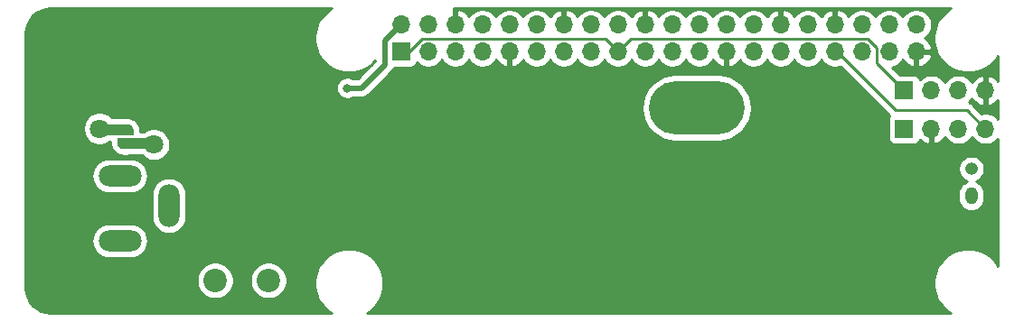
<source format=gbl>
G04 #@! TF.GenerationSoftware,KiCad,Pcbnew,(5.1.10)-1*
G04 #@! TF.CreationDate,2021-12-24T20:30:38+01:00*
G04 #@! TF.ProjectId,pi_power_hat,70695f70-6f77-4657-925f-6861742e6b69,1.0*
G04 #@! TF.SameCoordinates,Original*
G04 #@! TF.FileFunction,Copper,L2,Bot*
G04 #@! TF.FilePolarity,Positive*
%FSLAX46Y46*%
G04 Gerber Fmt 4.6, Leading zero omitted, Abs format (unit mm)*
G04 Created by KiCad (PCBNEW (5.1.10)-1) date 2021-12-24 20:30:38*
%MOMM*%
%LPD*%
G01*
G04 APERTURE LIST*
G04 #@! TA.AperFunction,ComponentPad*
%ADD10O,2.000000X4.000000*%
G04 #@! TD*
G04 #@! TA.AperFunction,ComponentPad*
%ADD11O,4.000000X2.000000*%
G04 #@! TD*
G04 #@! TA.AperFunction,ComponentPad*
%ADD12R,1.700000X1.700000*%
G04 #@! TD*
G04 #@! TA.AperFunction,ComponentPad*
%ADD13O,1.700000X1.700000*%
G04 #@! TD*
G04 #@! TA.AperFunction,ComponentPad*
%ADD14O,1.200000X1.600000*%
G04 #@! TD*
G04 #@! TA.AperFunction,ComponentPad*
%ADD15O,1.200000X1.200000*%
G04 #@! TD*
G04 #@! TA.AperFunction,ComponentPad*
%ADD16C,2.200000*%
G04 #@! TD*
G04 #@! TA.AperFunction,ComponentPad*
%ADD17C,1.800000*%
G04 #@! TD*
G04 #@! TA.AperFunction,SMDPad,CuDef*
%ADD18C,0.100000*%
G04 #@! TD*
G04 #@! TA.AperFunction,ViaPad*
%ADD19C,0.800000*%
G04 #@! TD*
G04 #@! TA.AperFunction,Conductor*
%ADD20C,0.500000*%
G04 #@! TD*
G04 #@! TA.AperFunction,Conductor*
%ADD21C,0.250000*%
G04 #@! TD*
G04 #@! TA.AperFunction,Conductor*
%ADD22C,1.000000*%
G04 #@! TD*
G04 #@! TA.AperFunction,Conductor*
%ADD23C,0.254000*%
G04 #@! TD*
G04 #@! TA.AperFunction,Conductor*
%ADD24C,0.100000*%
G04 #@! TD*
G04 APERTURE END LIST*
D10*
X104155000Y-110277000D03*
D11*
X99555000Y-107477000D03*
X99555000Y-113577000D03*
D12*
X173032000Y-99468000D03*
D13*
X175572000Y-99468000D03*
X178112000Y-99468000D03*
X180652000Y-99468000D03*
G04 #@! TA.AperFunction,WasherPad*
G36*
G01*
X151600000Y-98600000D02*
X155600000Y-98600000D01*
G75*
G02*
X158100000Y-101100000I0J-2500000D01*
G01*
X158100000Y-101100000D01*
G75*
G02*
X155600000Y-103600000I-2500000J0D01*
G01*
X151600000Y-103600000D01*
G75*
G02*
X149100000Y-101100000I0J2500000D01*
G01*
X149100000Y-101100000D01*
G75*
G02*
X151600000Y-98600000I2500000J0D01*
G01*
G37*
G04 #@! TD.AperFunction*
D12*
X125902000Y-95838000D03*
D13*
X125902000Y-93298000D03*
X128442000Y-95838000D03*
X128442000Y-93298000D03*
X130982000Y-95838000D03*
X130982000Y-93298000D03*
X133522000Y-95838000D03*
X133522000Y-93298000D03*
X136062000Y-95838000D03*
X136062000Y-93298000D03*
X138602000Y-95838000D03*
X138602000Y-93298000D03*
X141142000Y-95838000D03*
X141142000Y-93298000D03*
X143682000Y-95838000D03*
X143682000Y-93298000D03*
X146222000Y-95838000D03*
X146222000Y-93298000D03*
X148762000Y-95838000D03*
X148762000Y-93298000D03*
X151302000Y-95838000D03*
X151302000Y-93298000D03*
X153842000Y-95838000D03*
X153842000Y-93298000D03*
X156382000Y-95838000D03*
X156382000Y-93298000D03*
X158922000Y-95838000D03*
X158922000Y-93298000D03*
X161462000Y-95838000D03*
X161462000Y-93298000D03*
X164002000Y-95838000D03*
X164002000Y-93298000D03*
X166542000Y-95838000D03*
X166542000Y-93298000D03*
X169082000Y-95838000D03*
X169082000Y-93298000D03*
X171622000Y-95838000D03*
X171622000Y-93298000D03*
X174162000Y-95838000D03*
X174162000Y-93298000D03*
D14*
X179332000Y-109368000D03*
D15*
X179332000Y-106828000D03*
D13*
X180652000Y-103068000D03*
X178112000Y-103068000D03*
X175572000Y-103068000D03*
D12*
X173032000Y-103068000D03*
D16*
X108485000Y-117307000D03*
X113485000Y-117307000D03*
D17*
X102740000Y-104550000D03*
X97640000Y-103050000D03*
G04 #@! TA.AperFunction,SMDPad,CuDef*
D18*
G36*
X100820000Y-103950000D02*
G01*
X100820000Y-104450000D01*
X100819398Y-104450000D01*
X100819398Y-104474534D01*
X100814588Y-104523365D01*
X100805016Y-104571490D01*
X100790772Y-104618445D01*
X100771995Y-104663778D01*
X100748864Y-104707051D01*
X100721604Y-104747850D01*
X100690476Y-104785779D01*
X100655779Y-104820476D01*
X100617850Y-104851604D01*
X100577051Y-104878864D01*
X100533778Y-104901995D01*
X100488445Y-104920772D01*
X100441490Y-104935016D01*
X100393365Y-104944588D01*
X100344534Y-104949398D01*
X100320000Y-104949398D01*
X100320000Y-104950000D01*
X99820000Y-104950000D01*
X99820000Y-104949398D01*
X99795466Y-104949398D01*
X99746635Y-104944588D01*
X99698510Y-104935016D01*
X99651555Y-104920772D01*
X99606222Y-104901995D01*
X99562949Y-104878864D01*
X99522150Y-104851604D01*
X99484221Y-104820476D01*
X99449524Y-104785779D01*
X99418396Y-104747850D01*
X99391136Y-104707051D01*
X99368005Y-104663778D01*
X99349228Y-104618445D01*
X99334984Y-104571490D01*
X99325412Y-104523365D01*
X99320602Y-104474534D01*
X99320602Y-104450000D01*
X99320000Y-104450000D01*
X99320000Y-103950000D01*
X100820000Y-103950000D01*
G37*
G04 #@! TD.AperFunction*
G04 #@! TA.AperFunction,SMDPad,CuDef*
G36*
X99320602Y-103150000D02*
G01*
X99320602Y-103125466D01*
X99325412Y-103076635D01*
X99334984Y-103028510D01*
X99349228Y-102981555D01*
X99368005Y-102936222D01*
X99391136Y-102892949D01*
X99418396Y-102852150D01*
X99449524Y-102814221D01*
X99484221Y-102779524D01*
X99522150Y-102748396D01*
X99562949Y-102721136D01*
X99606222Y-102698005D01*
X99651555Y-102679228D01*
X99698510Y-102664984D01*
X99746635Y-102655412D01*
X99795466Y-102650602D01*
X99820000Y-102650602D01*
X99820000Y-102650000D01*
X100320000Y-102650000D01*
X100320000Y-102650602D01*
X100344534Y-102650602D01*
X100393365Y-102655412D01*
X100441490Y-102664984D01*
X100488445Y-102679228D01*
X100533778Y-102698005D01*
X100577051Y-102721136D01*
X100617850Y-102748396D01*
X100655779Y-102779524D01*
X100690476Y-102814221D01*
X100721604Y-102852150D01*
X100748864Y-102892949D01*
X100771995Y-102936222D01*
X100790772Y-102981555D01*
X100805016Y-103028510D01*
X100814588Y-103076635D01*
X100819398Y-103125466D01*
X100819398Y-103150000D01*
X100820000Y-103150000D01*
X100820000Y-103650000D01*
X99320000Y-103650000D01*
X99320000Y-103150000D01*
X99320602Y-103150000D01*
G37*
G04 #@! TD.AperFunction*
D19*
X99855000Y-100737000D03*
X120855000Y-99237000D03*
X175000000Y-105300000D03*
X180700000Y-105600000D03*
X181300000Y-114500000D03*
X175855000Y-115737000D03*
X172605000Y-106987000D03*
X132355000Y-100737000D03*
X134855000Y-100737000D03*
X137355000Y-100737000D03*
X139855000Y-100737000D03*
X142355000Y-100737000D03*
X144855000Y-100737000D03*
X147355000Y-100737000D03*
X147355000Y-103237000D03*
X142355000Y-103237000D03*
X139855000Y-103237000D03*
X137355000Y-103237000D03*
X134855000Y-103237000D03*
X132355000Y-103237000D03*
X124855000Y-108237000D03*
X127355000Y-108237000D03*
X129855000Y-108237000D03*
X132355000Y-108237000D03*
X134855000Y-108237000D03*
X137355000Y-108237000D03*
X139855000Y-108237000D03*
X142355000Y-108237000D03*
X144855000Y-108237000D03*
X147355000Y-108237000D03*
X149855000Y-108237000D03*
X152355000Y-108237000D03*
X154855000Y-108237000D03*
X157355000Y-108237000D03*
X159855000Y-108237000D03*
X162355000Y-108237000D03*
X164855000Y-108237000D03*
X164855000Y-105737000D03*
X167355000Y-105737000D03*
X169855000Y-105737000D03*
X169855000Y-108237000D03*
X167355000Y-108237000D03*
X169855000Y-110737000D03*
X167355000Y-110737000D03*
X164855000Y-110737000D03*
X162355000Y-110737000D03*
X124855000Y-110737000D03*
X127355000Y-110737000D03*
X129855000Y-110737000D03*
X159855000Y-100737000D03*
X162355000Y-100737000D03*
X162355000Y-103237000D03*
X159855000Y-103237000D03*
X159855000Y-110737000D03*
X157355000Y-110737000D03*
X157355000Y-113237000D03*
X159855000Y-113237000D03*
X162355000Y-113237000D03*
X164855000Y-113237000D03*
X167355000Y-113237000D03*
X167355000Y-113237000D03*
X169855000Y-113237000D03*
X162355000Y-115737000D03*
X162355000Y-118237000D03*
X159855000Y-118237000D03*
X159855000Y-115737000D03*
X157355000Y-115737000D03*
X157355000Y-118237000D03*
X154855000Y-118237000D03*
X154855000Y-115737000D03*
X154855000Y-113237000D03*
X154855000Y-110737000D03*
X152355000Y-110737000D03*
X152355000Y-113237000D03*
X152355000Y-115737000D03*
X152355000Y-118237000D03*
X149855000Y-118237000D03*
X147355000Y-118237000D03*
X144855000Y-118237000D03*
X142355000Y-118237000D03*
X139855000Y-118237000D03*
X137355000Y-118237000D03*
X134855000Y-118237000D03*
X132355000Y-118237000D03*
X132355000Y-115737000D03*
X134855000Y-115737000D03*
X137355000Y-115737000D03*
X139855000Y-115737000D03*
X142355000Y-115737000D03*
X144855000Y-115737000D03*
X147355000Y-115737000D03*
X149855000Y-115737000D03*
X149855000Y-113237000D03*
X147355000Y-113237000D03*
X142355000Y-113237000D03*
X144855000Y-113237000D03*
X139855000Y-113237000D03*
X137355000Y-113237000D03*
X134855000Y-113237000D03*
X132355000Y-113237000D03*
X129855000Y-113237000D03*
X127355000Y-113237000D03*
X124855000Y-113237000D03*
X132355000Y-110737000D03*
X134855000Y-110737000D03*
X137355000Y-110737000D03*
X139855000Y-110737000D03*
X144855000Y-110737000D03*
X142355000Y-110737000D03*
X147355000Y-110737000D03*
X149855000Y-110737000D03*
X144855000Y-103237000D03*
X102355000Y-115737000D03*
X104855000Y-115737000D03*
X104855000Y-113237000D03*
X99855000Y-110737000D03*
X102355000Y-108237000D03*
X107355000Y-108237000D03*
X114855000Y-110737000D03*
X114855000Y-108237000D03*
X117355000Y-110737000D03*
X119855000Y-110737000D03*
X122355000Y-110737000D03*
X122355000Y-113237000D03*
X119855000Y-113237000D03*
X117355000Y-113237000D03*
X117355000Y-115737000D03*
X117355000Y-118237000D03*
X92355000Y-93237000D03*
X94855000Y-93237000D03*
X97355000Y-93237000D03*
X99855000Y-93237000D03*
X104855000Y-93237000D03*
X107355000Y-93237000D03*
X109855000Y-93237000D03*
X112355000Y-93237000D03*
X114855000Y-93237000D03*
X117355000Y-93237000D03*
X117355000Y-95737000D03*
X117355000Y-98237000D03*
X114855000Y-98237000D03*
X114855000Y-95737000D03*
X112355000Y-95737000D03*
X109855000Y-95737000D03*
X104855000Y-95737000D03*
X107355000Y-95737000D03*
X102355000Y-93237000D03*
X102355000Y-95737000D03*
X94855000Y-95737000D03*
X92355000Y-95737000D03*
X92355000Y-98237000D03*
X92355000Y-100737000D03*
X92355000Y-103237000D03*
X92355000Y-105737000D03*
X92355000Y-108237000D03*
X92355000Y-110737000D03*
X92355000Y-113237000D03*
X92355000Y-115737000D03*
X92355000Y-118237000D03*
X97355000Y-118237000D03*
X94855000Y-118237000D03*
X94855000Y-115737000D03*
X94855000Y-113237000D03*
X94855000Y-110737000D03*
X94855000Y-108237000D03*
X94855000Y-105737000D03*
X94855000Y-103237000D03*
X94855000Y-100737000D03*
X94855000Y-98237000D03*
X97355000Y-100737000D03*
X102355000Y-100737000D03*
X104855000Y-100737000D03*
X109855000Y-103237000D03*
X107355000Y-103237000D03*
X104855000Y-98237000D03*
X107355000Y-98237000D03*
X109855000Y-98237000D03*
X112355000Y-98237000D03*
X109855000Y-110737000D03*
X109855000Y-115737000D03*
X177800000Y-110600000D03*
X175600000Y-112300000D03*
X171100000Y-120000000D03*
X176300000Y-120000000D03*
X181400000Y-108400000D03*
X117400000Y-103400000D03*
X117400000Y-103400000D03*
X124000000Y-100000000D03*
X123400000Y-103300000D03*
D20*
X124382001Y-94817999D02*
X125902000Y-93298000D01*
X124382001Y-97039999D02*
X124382001Y-94817999D01*
X120855000Y-99237000D02*
X122185000Y-99237000D01*
X122185000Y-99237000D02*
X124382001Y-97039999D01*
D21*
X166756000Y-95838000D02*
X166542000Y-95838000D01*
X172218000Y-101300000D02*
X166756000Y-95838000D01*
X178884000Y-101300000D02*
X172218000Y-101300000D01*
X180652000Y-103068000D02*
X178884000Y-101300000D01*
X145046999Y-94662999D02*
X146222000Y-95838000D01*
X127877999Y-94662999D02*
X145046999Y-94662999D01*
X126702998Y-95838000D02*
X127877999Y-94662999D01*
X125902000Y-95838000D02*
X126702998Y-95838000D01*
X170446999Y-96882999D02*
X173032000Y-99468000D01*
X169646001Y-94662999D02*
X170446999Y-95463997D01*
X147397001Y-94662999D02*
X169646001Y-94662999D01*
X170446999Y-95463997D02*
X170446999Y-96882999D01*
X146222000Y-95838000D02*
X147397001Y-94662999D01*
D22*
X97740000Y-103150000D02*
X97640000Y-103050000D01*
X100070000Y-103150000D02*
X97740000Y-103150000D01*
X102640000Y-104450000D02*
X102740000Y-104550000D01*
X100070000Y-104450000D02*
X102640000Y-104450000D01*
D23*
X118974907Y-92061425D02*
X118525425Y-92510907D01*
X118172270Y-93039442D01*
X117929012Y-93626719D01*
X117805000Y-94250168D01*
X117805000Y-94885832D01*
X117929012Y-95509281D01*
X118172270Y-96096558D01*
X118525425Y-96625093D01*
X118974907Y-97074575D01*
X119503442Y-97427730D01*
X120090719Y-97670988D01*
X120714168Y-97795000D01*
X121349832Y-97795000D01*
X121973281Y-97670988D01*
X122560558Y-97427730D01*
X123089093Y-97074575D01*
X123497001Y-96666667D01*
X123497001Y-96673420D01*
X121818422Y-98352000D01*
X121393454Y-98352000D01*
X121345256Y-98319795D01*
X121156898Y-98241774D01*
X120956939Y-98202000D01*
X120753061Y-98202000D01*
X120553102Y-98241774D01*
X120364744Y-98319795D01*
X120195226Y-98433063D01*
X120051063Y-98577226D01*
X119937795Y-98746744D01*
X119859774Y-98935102D01*
X119820000Y-99135061D01*
X119820000Y-99338939D01*
X119859774Y-99538898D01*
X119937795Y-99727256D01*
X120051063Y-99896774D01*
X120195226Y-100040937D01*
X120364744Y-100154205D01*
X120553102Y-100232226D01*
X120753061Y-100272000D01*
X120956939Y-100272000D01*
X121156898Y-100232226D01*
X121345256Y-100154205D01*
X121393454Y-100122000D01*
X122141531Y-100122000D01*
X122185000Y-100126281D01*
X122228469Y-100122000D01*
X122228477Y-100122000D01*
X122358490Y-100109195D01*
X122525313Y-100058589D01*
X122679059Y-99976411D01*
X122813817Y-99865817D01*
X122841534Y-99832044D01*
X124977051Y-97696528D01*
X125010818Y-97668816D01*
X125076696Y-97588545D01*
X125121412Y-97534058D01*
X125203590Y-97380313D01*
X125220044Y-97326072D01*
X126752000Y-97326072D01*
X126876482Y-97313812D01*
X126996180Y-97277502D01*
X127106494Y-97218537D01*
X127203185Y-97139185D01*
X127282537Y-97042494D01*
X127341502Y-96932180D01*
X127363513Y-96859620D01*
X127495368Y-96991475D01*
X127738589Y-97153990D01*
X128008842Y-97265932D01*
X128295740Y-97323000D01*
X128588260Y-97323000D01*
X128875158Y-97265932D01*
X129145411Y-97153990D01*
X129388632Y-96991475D01*
X129595475Y-96784632D01*
X129712000Y-96610240D01*
X129828525Y-96784632D01*
X130035368Y-96991475D01*
X130278589Y-97153990D01*
X130548842Y-97265932D01*
X130835740Y-97323000D01*
X131128260Y-97323000D01*
X131415158Y-97265932D01*
X131685411Y-97153990D01*
X131928632Y-96991475D01*
X132135475Y-96784632D01*
X132252000Y-96610240D01*
X132368525Y-96784632D01*
X132575368Y-96991475D01*
X132818589Y-97153990D01*
X133088842Y-97265932D01*
X133375740Y-97323000D01*
X133668260Y-97323000D01*
X133955158Y-97265932D01*
X134225411Y-97153990D01*
X134468632Y-96991475D01*
X134675475Y-96784632D01*
X134797195Y-96602466D01*
X134866822Y-96719355D01*
X135061731Y-96935588D01*
X135295080Y-97109641D01*
X135557901Y-97234825D01*
X135705110Y-97279476D01*
X135935000Y-97158155D01*
X135935000Y-95965000D01*
X135915000Y-95965000D01*
X135915000Y-95711000D01*
X135935000Y-95711000D01*
X135935000Y-95691000D01*
X136189000Y-95691000D01*
X136189000Y-95711000D01*
X136209000Y-95711000D01*
X136209000Y-95965000D01*
X136189000Y-95965000D01*
X136189000Y-97158155D01*
X136418890Y-97279476D01*
X136566099Y-97234825D01*
X136828920Y-97109641D01*
X137062269Y-96935588D01*
X137257178Y-96719355D01*
X137326805Y-96602466D01*
X137448525Y-96784632D01*
X137655368Y-96991475D01*
X137898589Y-97153990D01*
X138168842Y-97265932D01*
X138455740Y-97323000D01*
X138748260Y-97323000D01*
X139035158Y-97265932D01*
X139305411Y-97153990D01*
X139548632Y-96991475D01*
X139755475Y-96784632D01*
X139872000Y-96610240D01*
X139988525Y-96784632D01*
X140195368Y-96991475D01*
X140438589Y-97153990D01*
X140708842Y-97265932D01*
X140995740Y-97323000D01*
X141288260Y-97323000D01*
X141575158Y-97265932D01*
X141845411Y-97153990D01*
X142088632Y-96991475D01*
X142295475Y-96784632D01*
X142412000Y-96610240D01*
X142528525Y-96784632D01*
X142735368Y-96991475D01*
X142978589Y-97153990D01*
X143248842Y-97265932D01*
X143535740Y-97323000D01*
X143828260Y-97323000D01*
X144115158Y-97265932D01*
X144385411Y-97153990D01*
X144628632Y-96991475D01*
X144835475Y-96784632D01*
X144952000Y-96610240D01*
X145068525Y-96784632D01*
X145275368Y-96991475D01*
X145518589Y-97153990D01*
X145788842Y-97265932D01*
X146075740Y-97323000D01*
X146368260Y-97323000D01*
X146655158Y-97265932D01*
X146925411Y-97153990D01*
X147168632Y-96991475D01*
X147375475Y-96784632D01*
X147492000Y-96610240D01*
X147608525Y-96784632D01*
X147815368Y-96991475D01*
X148058589Y-97153990D01*
X148328842Y-97265932D01*
X148615740Y-97323000D01*
X148908260Y-97323000D01*
X149195158Y-97265932D01*
X149465411Y-97153990D01*
X149708632Y-96991475D01*
X149915475Y-96784632D01*
X150032000Y-96610240D01*
X150148525Y-96784632D01*
X150355368Y-96991475D01*
X150598589Y-97153990D01*
X150868842Y-97265932D01*
X151155740Y-97323000D01*
X151448260Y-97323000D01*
X151735158Y-97265932D01*
X152005411Y-97153990D01*
X152248632Y-96991475D01*
X152455475Y-96784632D01*
X152572000Y-96610240D01*
X152688525Y-96784632D01*
X152895368Y-96991475D01*
X153138589Y-97153990D01*
X153408842Y-97265932D01*
X153695740Y-97323000D01*
X153988260Y-97323000D01*
X154275158Y-97265932D01*
X154545411Y-97153990D01*
X154788632Y-96991475D01*
X154995475Y-96784632D01*
X155117195Y-96602466D01*
X155186822Y-96719355D01*
X155381731Y-96935588D01*
X155615080Y-97109641D01*
X155877901Y-97234825D01*
X156025110Y-97279476D01*
X156255000Y-97158155D01*
X156255000Y-95965000D01*
X156235000Y-95965000D01*
X156235000Y-95711000D01*
X156255000Y-95711000D01*
X156255000Y-95691000D01*
X156509000Y-95691000D01*
X156509000Y-95711000D01*
X156529000Y-95711000D01*
X156529000Y-95965000D01*
X156509000Y-95965000D01*
X156509000Y-97158155D01*
X156738890Y-97279476D01*
X156886099Y-97234825D01*
X157148920Y-97109641D01*
X157382269Y-96935588D01*
X157577178Y-96719355D01*
X157646805Y-96602466D01*
X157768525Y-96784632D01*
X157975368Y-96991475D01*
X158218589Y-97153990D01*
X158488842Y-97265932D01*
X158775740Y-97323000D01*
X159068260Y-97323000D01*
X159355158Y-97265932D01*
X159625411Y-97153990D01*
X159868632Y-96991475D01*
X160075475Y-96784632D01*
X160192000Y-96610240D01*
X160308525Y-96784632D01*
X160515368Y-96991475D01*
X160758589Y-97153990D01*
X161028842Y-97265932D01*
X161315740Y-97323000D01*
X161608260Y-97323000D01*
X161895158Y-97265932D01*
X162165411Y-97153990D01*
X162408632Y-96991475D01*
X162615475Y-96784632D01*
X162732000Y-96610240D01*
X162848525Y-96784632D01*
X163055368Y-96991475D01*
X163298589Y-97153990D01*
X163568842Y-97265932D01*
X163855740Y-97323000D01*
X164148260Y-97323000D01*
X164435158Y-97265932D01*
X164705411Y-97153990D01*
X164948632Y-96991475D01*
X165155475Y-96784632D01*
X165272000Y-96610240D01*
X165388525Y-96784632D01*
X165595368Y-96991475D01*
X165838589Y-97153990D01*
X166108842Y-97265932D01*
X166395740Y-97323000D01*
X166688260Y-97323000D01*
X166975158Y-97265932D01*
X167069891Y-97226692D01*
X171654205Y-101811008D01*
X171674376Y-101835586D01*
X171651463Y-101863506D01*
X171592498Y-101973820D01*
X171556188Y-102093518D01*
X171543928Y-102218000D01*
X171543928Y-103918000D01*
X171556188Y-104042482D01*
X171592498Y-104162180D01*
X171651463Y-104272494D01*
X171730815Y-104369185D01*
X171827506Y-104448537D01*
X171937820Y-104507502D01*
X172057518Y-104543812D01*
X172182000Y-104556072D01*
X173882000Y-104556072D01*
X174006482Y-104543812D01*
X174126180Y-104507502D01*
X174236494Y-104448537D01*
X174333185Y-104369185D01*
X174412537Y-104272494D01*
X174471502Y-104162180D01*
X174495966Y-104081534D01*
X174571731Y-104165588D01*
X174805080Y-104339641D01*
X175067901Y-104464825D01*
X175215110Y-104509476D01*
X175445000Y-104388155D01*
X175445000Y-103195000D01*
X175425000Y-103195000D01*
X175425000Y-102941000D01*
X175445000Y-102941000D01*
X175445000Y-102921000D01*
X175699000Y-102921000D01*
X175699000Y-102941000D01*
X175719000Y-102941000D01*
X175719000Y-103195000D01*
X175699000Y-103195000D01*
X175699000Y-104388155D01*
X175928890Y-104509476D01*
X176076099Y-104464825D01*
X176338920Y-104339641D01*
X176572269Y-104165588D01*
X176767178Y-103949355D01*
X176836805Y-103832466D01*
X176958525Y-104014632D01*
X177165368Y-104221475D01*
X177408589Y-104383990D01*
X177678842Y-104495932D01*
X177965740Y-104553000D01*
X178258260Y-104553000D01*
X178545158Y-104495932D01*
X178815411Y-104383990D01*
X179058632Y-104221475D01*
X179265475Y-104014632D01*
X179382000Y-103840240D01*
X179498525Y-104014632D01*
X179705368Y-104221475D01*
X179948589Y-104383990D01*
X180218842Y-104495932D01*
X180505740Y-104553000D01*
X180798260Y-104553000D01*
X181085158Y-104495932D01*
X181355411Y-104383990D01*
X181598632Y-104221475D01*
X181805475Y-104014632D01*
X181822000Y-103989900D01*
X181822001Y-115935085D01*
X181538575Y-115510907D01*
X181089093Y-115061425D01*
X180560558Y-114708270D01*
X179973281Y-114465012D01*
X179349832Y-114341000D01*
X178714168Y-114341000D01*
X178090719Y-114465012D01*
X177503442Y-114708270D01*
X176974907Y-115061425D01*
X176525425Y-115510907D01*
X176172270Y-116039442D01*
X175929012Y-116626719D01*
X175805000Y-117250168D01*
X175805000Y-117885832D01*
X175929012Y-118509281D01*
X176172270Y-119096558D01*
X176525425Y-119625093D01*
X176974907Y-120074575D01*
X177399083Y-120358000D01*
X122664917Y-120358000D01*
X123089093Y-120074575D01*
X123538575Y-119625093D01*
X123891730Y-119096558D01*
X124134988Y-118509281D01*
X124259000Y-117885832D01*
X124259000Y-117250168D01*
X124134988Y-116626719D01*
X123891730Y-116039442D01*
X123538575Y-115510907D01*
X123089093Y-115061425D01*
X122560558Y-114708270D01*
X121973281Y-114465012D01*
X121349832Y-114341000D01*
X120714168Y-114341000D01*
X120090719Y-114465012D01*
X119503442Y-114708270D01*
X118974907Y-115061425D01*
X118525425Y-115510907D01*
X118172270Y-116039442D01*
X117929012Y-116626719D01*
X117805000Y-117250168D01*
X117805000Y-117885832D01*
X117929012Y-118509281D01*
X118172270Y-119096558D01*
X118525425Y-119625093D01*
X118974907Y-120074575D01*
X119399083Y-120358000D01*
X93066721Y-120358000D01*
X92587867Y-120311048D01*
X92160647Y-120182063D01*
X91766616Y-119972554D01*
X91420786Y-119690501D01*
X91136328Y-119346651D01*
X90924073Y-118954093D01*
X90792109Y-118527788D01*
X90742000Y-118051036D01*
X90742000Y-117136117D01*
X106750000Y-117136117D01*
X106750000Y-117477883D01*
X106816675Y-117813081D01*
X106947463Y-118128831D01*
X107137337Y-118412998D01*
X107379002Y-118654663D01*
X107663169Y-118844537D01*
X107978919Y-118975325D01*
X108314117Y-119042000D01*
X108655883Y-119042000D01*
X108991081Y-118975325D01*
X109306831Y-118844537D01*
X109590998Y-118654663D01*
X109832663Y-118412998D01*
X110022537Y-118128831D01*
X110153325Y-117813081D01*
X110220000Y-117477883D01*
X110220000Y-117136117D01*
X111750000Y-117136117D01*
X111750000Y-117477883D01*
X111816675Y-117813081D01*
X111947463Y-118128831D01*
X112137337Y-118412998D01*
X112379002Y-118654663D01*
X112663169Y-118844537D01*
X112978919Y-118975325D01*
X113314117Y-119042000D01*
X113655883Y-119042000D01*
X113991081Y-118975325D01*
X114306831Y-118844537D01*
X114590998Y-118654663D01*
X114832663Y-118412998D01*
X115022537Y-118128831D01*
X115153325Y-117813081D01*
X115220000Y-117477883D01*
X115220000Y-117136117D01*
X115153325Y-116800919D01*
X115022537Y-116485169D01*
X114832663Y-116201002D01*
X114590998Y-115959337D01*
X114306831Y-115769463D01*
X113991081Y-115638675D01*
X113655883Y-115572000D01*
X113314117Y-115572000D01*
X112978919Y-115638675D01*
X112663169Y-115769463D01*
X112379002Y-115959337D01*
X112137337Y-116201002D01*
X111947463Y-116485169D01*
X111816675Y-116800919D01*
X111750000Y-117136117D01*
X110220000Y-117136117D01*
X110153325Y-116800919D01*
X110022537Y-116485169D01*
X109832663Y-116201002D01*
X109590998Y-115959337D01*
X109306831Y-115769463D01*
X108991081Y-115638675D01*
X108655883Y-115572000D01*
X108314117Y-115572000D01*
X107978919Y-115638675D01*
X107663169Y-115769463D01*
X107379002Y-115959337D01*
X107137337Y-116201002D01*
X106947463Y-116485169D01*
X106816675Y-116800919D01*
X106750000Y-117136117D01*
X90742000Y-117136117D01*
X90742000Y-113577000D01*
X96912089Y-113577000D01*
X96943657Y-113897516D01*
X97037148Y-114205715D01*
X97188969Y-114489752D01*
X97393286Y-114738714D01*
X97642248Y-114943031D01*
X97926285Y-115094852D01*
X98234484Y-115188343D01*
X98474678Y-115212000D01*
X100635322Y-115212000D01*
X100875516Y-115188343D01*
X101183715Y-115094852D01*
X101467752Y-114943031D01*
X101716714Y-114738714D01*
X101921031Y-114489752D01*
X102072852Y-114205715D01*
X102166343Y-113897516D01*
X102197911Y-113577000D01*
X102166343Y-113256484D01*
X102072852Y-112948285D01*
X101921031Y-112664248D01*
X101716714Y-112415286D01*
X101467752Y-112210969D01*
X101183715Y-112059148D01*
X100875516Y-111965657D01*
X100635322Y-111942000D01*
X98474678Y-111942000D01*
X98234484Y-111965657D01*
X97926285Y-112059148D01*
X97642248Y-112210969D01*
X97393286Y-112415286D01*
X97188969Y-112664248D01*
X97037148Y-112948285D01*
X96943657Y-113256484D01*
X96912089Y-113577000D01*
X90742000Y-113577000D01*
X90742000Y-109196679D01*
X102520000Y-109196679D01*
X102520001Y-111357322D01*
X102543658Y-111597516D01*
X102637149Y-111905715D01*
X102788970Y-112189752D01*
X102993287Y-112438714D01*
X103242249Y-112643031D01*
X103526286Y-112794852D01*
X103834485Y-112888343D01*
X104155000Y-112919911D01*
X104475516Y-112888343D01*
X104783715Y-112794852D01*
X105067752Y-112643031D01*
X105316714Y-112438714D01*
X105521031Y-112189752D01*
X105672852Y-111905715D01*
X105766343Y-111597516D01*
X105790000Y-111357322D01*
X105790000Y-109196678D01*
X105766343Y-108956484D01*
X105672852Y-108648285D01*
X105521031Y-108364248D01*
X105316714Y-108115286D01*
X105067751Y-107910969D01*
X104783714Y-107759148D01*
X104475515Y-107665657D01*
X104155000Y-107634089D01*
X103834484Y-107665657D01*
X103526285Y-107759148D01*
X103242248Y-107910969D01*
X102993286Y-108115286D01*
X102788969Y-108364249D01*
X102637148Y-108648286D01*
X102543657Y-108956485D01*
X102520000Y-109196679D01*
X90742000Y-109196679D01*
X90742000Y-107477000D01*
X96912089Y-107477000D01*
X96943657Y-107797516D01*
X97037148Y-108105715D01*
X97188969Y-108389752D01*
X97393286Y-108638714D01*
X97642248Y-108843031D01*
X97926285Y-108994852D01*
X98234484Y-109088343D01*
X98474678Y-109112000D01*
X100635322Y-109112000D01*
X100875516Y-109088343D01*
X101183715Y-108994852D01*
X101467752Y-108843031D01*
X101716714Y-108638714D01*
X101921031Y-108389752D01*
X102072852Y-108105715D01*
X102166343Y-107797516D01*
X102197911Y-107477000D01*
X102166343Y-107156484D01*
X102072852Y-106848285D01*
X101996994Y-106706363D01*
X178097000Y-106706363D01*
X178097000Y-106949637D01*
X178144460Y-107188236D01*
X178237557Y-107412992D01*
X178372713Y-107615267D01*
X178544733Y-107787287D01*
X178747008Y-107922443D01*
X178931580Y-107998895D01*
X178857099Y-108021489D01*
X178642551Y-108136167D01*
X178454498Y-108290498D01*
X178300167Y-108478552D01*
X178185489Y-108693100D01*
X178114870Y-108925899D01*
X178097000Y-109107336D01*
X178097000Y-109628665D01*
X178114870Y-109810102D01*
X178185489Y-110042901D01*
X178300168Y-110257449D01*
X178454499Y-110445502D01*
X178642552Y-110599833D01*
X178857100Y-110714511D01*
X179089899Y-110785130D01*
X179332000Y-110808975D01*
X179574102Y-110785130D01*
X179806901Y-110714511D01*
X180021449Y-110599833D01*
X180209502Y-110445502D01*
X180363833Y-110257449D01*
X180478511Y-110042900D01*
X180549130Y-109810101D01*
X180567000Y-109628664D01*
X180567000Y-109107335D01*
X180549130Y-108925898D01*
X180478511Y-108693099D01*
X180363833Y-108478551D01*
X180209502Y-108290498D01*
X180021448Y-108136167D01*
X179806900Y-108021489D01*
X179732419Y-107998895D01*
X179916992Y-107922443D01*
X180119267Y-107787287D01*
X180291287Y-107615267D01*
X180426443Y-107412992D01*
X180519540Y-107188236D01*
X180567000Y-106949637D01*
X180567000Y-106706363D01*
X180519540Y-106467764D01*
X180426443Y-106243008D01*
X180291287Y-106040733D01*
X180119267Y-105868713D01*
X179916992Y-105733557D01*
X179692236Y-105640460D01*
X179453637Y-105593000D01*
X179210363Y-105593000D01*
X178971764Y-105640460D01*
X178747008Y-105733557D01*
X178544733Y-105868713D01*
X178372713Y-106040733D01*
X178237557Y-106243008D01*
X178144460Y-106467764D01*
X178097000Y-106706363D01*
X101996994Y-106706363D01*
X101921031Y-106564248D01*
X101716714Y-106315286D01*
X101467752Y-106110969D01*
X101183715Y-105959148D01*
X100875516Y-105865657D01*
X100635322Y-105842000D01*
X98474678Y-105842000D01*
X98234484Y-105865657D01*
X97926285Y-105959148D01*
X97642248Y-106110969D01*
X97393286Y-106315286D01*
X97188969Y-106564248D01*
X97037148Y-106848285D01*
X96943657Y-107156484D01*
X96912089Y-107477000D01*
X90742000Y-107477000D01*
X90742000Y-102898816D01*
X96105000Y-102898816D01*
X96105000Y-103201184D01*
X96163989Y-103497743D01*
X96279701Y-103777095D01*
X96447688Y-104028505D01*
X96661495Y-104242312D01*
X96912905Y-104410299D01*
X97192257Y-104526011D01*
X97488816Y-104585000D01*
X97791184Y-104585000D01*
X98087743Y-104526011D01*
X98367095Y-104410299D01*
X98554618Y-104285000D01*
X98681928Y-104285000D01*
X98681928Y-104450000D01*
X98684336Y-104474450D01*
X98684336Y-104499009D01*
X98696596Y-104623490D01*
X98715718Y-104719623D01*
X98752027Y-104839319D01*
X98789536Y-104929875D01*
X98848502Y-105040192D01*
X98902958Y-105121691D01*
X98982310Y-105218382D01*
X99051618Y-105287690D01*
X99148309Y-105367042D01*
X99229808Y-105421498D01*
X99340125Y-105480464D01*
X99430681Y-105517973D01*
X99550377Y-105554282D01*
X99646510Y-105573404D01*
X99770991Y-105585664D01*
X99795550Y-105585664D01*
X99820000Y-105588072D01*
X100320000Y-105588072D01*
X100344450Y-105585664D01*
X100369009Y-105585664D01*
X100375751Y-105585000D01*
X101604183Y-105585000D01*
X101761495Y-105742312D01*
X102012905Y-105910299D01*
X102292257Y-106026011D01*
X102588816Y-106085000D01*
X102891184Y-106085000D01*
X103187743Y-106026011D01*
X103467095Y-105910299D01*
X103718505Y-105742312D01*
X103932312Y-105528505D01*
X104100299Y-105277095D01*
X104216011Y-104997743D01*
X104275000Y-104701184D01*
X104275000Y-104398816D01*
X104216011Y-104102257D01*
X104100299Y-103822905D01*
X103932312Y-103571495D01*
X103718505Y-103357688D01*
X103467095Y-103189701D01*
X103187743Y-103073989D01*
X102891184Y-103015000D01*
X102588816Y-103015000D01*
X102292257Y-103073989D01*
X102012905Y-103189701D01*
X101825382Y-103315000D01*
X101458072Y-103315000D01*
X101458072Y-103150000D01*
X101455664Y-103125550D01*
X101455664Y-103100991D01*
X101443404Y-102976510D01*
X101424282Y-102880377D01*
X101387973Y-102760681D01*
X101350464Y-102670125D01*
X101291498Y-102559808D01*
X101237042Y-102478309D01*
X101157690Y-102381618D01*
X101088382Y-102312310D01*
X100991691Y-102232958D01*
X100910192Y-102178502D01*
X100799875Y-102119536D01*
X100709319Y-102082027D01*
X100589623Y-102045718D01*
X100493490Y-102026596D01*
X100369009Y-102014336D01*
X100344450Y-102014336D01*
X100320000Y-102011928D01*
X99820000Y-102011928D01*
X99795550Y-102014336D01*
X99770991Y-102014336D01*
X99764249Y-102015000D01*
X98775817Y-102015000D01*
X98618505Y-101857688D01*
X98367095Y-101689701D01*
X98087743Y-101573989D01*
X97791184Y-101515000D01*
X97488816Y-101515000D01*
X97192257Y-101573989D01*
X96912905Y-101689701D01*
X96661495Y-101857688D01*
X96447688Y-102071495D01*
X96279701Y-102322905D01*
X96163989Y-102602257D01*
X96105000Y-102898816D01*
X90742000Y-102898816D01*
X90742000Y-101099999D01*
X148461928Y-101099999D01*
X148461928Y-101100001D01*
X148522225Y-101712208D01*
X148700800Y-102300889D01*
X148990788Y-102843420D01*
X149381048Y-103318953D01*
X149856581Y-103709213D01*
X150399112Y-103999201D01*
X150987793Y-104177776D01*
X151600000Y-104238073D01*
X155600000Y-104238073D01*
X156212207Y-104177776D01*
X156800888Y-103999201D01*
X157343419Y-103709213D01*
X157818952Y-103318953D01*
X158209212Y-102843420D01*
X158499200Y-102300889D01*
X158677775Y-101712208D01*
X158738072Y-101100001D01*
X158738072Y-101099999D01*
X158677775Y-100487792D01*
X158499200Y-99899111D01*
X158209212Y-99356580D01*
X157818952Y-98881047D01*
X157343419Y-98490787D01*
X156800888Y-98200799D01*
X156212207Y-98022224D01*
X155600000Y-97961927D01*
X151600000Y-97961927D01*
X150987793Y-98022224D01*
X150399112Y-98200799D01*
X149856581Y-98490787D01*
X149381048Y-98881047D01*
X148990788Y-99356580D01*
X148700800Y-99899111D01*
X148522225Y-100487792D01*
X148461928Y-101099999D01*
X90742000Y-101099999D01*
X90742000Y-94102721D01*
X90788953Y-93623866D01*
X90917938Y-93196645D01*
X91127446Y-92802616D01*
X91409499Y-92456786D01*
X91753351Y-92172327D01*
X92145910Y-91960071D01*
X92572213Y-91828108D01*
X93048964Y-91778000D01*
X119399083Y-91778000D01*
X118974907Y-92061425D01*
G04 #@! TA.AperFunction,Conductor*
D24*
G36*
X118974907Y-92061425D02*
G01*
X118525425Y-92510907D01*
X118172270Y-93039442D01*
X117929012Y-93626719D01*
X117805000Y-94250168D01*
X117805000Y-94885832D01*
X117929012Y-95509281D01*
X118172270Y-96096558D01*
X118525425Y-96625093D01*
X118974907Y-97074575D01*
X119503442Y-97427730D01*
X120090719Y-97670988D01*
X120714168Y-97795000D01*
X121349832Y-97795000D01*
X121973281Y-97670988D01*
X122560558Y-97427730D01*
X123089093Y-97074575D01*
X123497001Y-96666667D01*
X123497001Y-96673420D01*
X121818422Y-98352000D01*
X121393454Y-98352000D01*
X121345256Y-98319795D01*
X121156898Y-98241774D01*
X120956939Y-98202000D01*
X120753061Y-98202000D01*
X120553102Y-98241774D01*
X120364744Y-98319795D01*
X120195226Y-98433063D01*
X120051063Y-98577226D01*
X119937795Y-98746744D01*
X119859774Y-98935102D01*
X119820000Y-99135061D01*
X119820000Y-99338939D01*
X119859774Y-99538898D01*
X119937795Y-99727256D01*
X120051063Y-99896774D01*
X120195226Y-100040937D01*
X120364744Y-100154205D01*
X120553102Y-100232226D01*
X120753061Y-100272000D01*
X120956939Y-100272000D01*
X121156898Y-100232226D01*
X121345256Y-100154205D01*
X121393454Y-100122000D01*
X122141531Y-100122000D01*
X122185000Y-100126281D01*
X122228469Y-100122000D01*
X122228477Y-100122000D01*
X122358490Y-100109195D01*
X122525313Y-100058589D01*
X122679059Y-99976411D01*
X122813817Y-99865817D01*
X122841534Y-99832044D01*
X124977051Y-97696528D01*
X125010818Y-97668816D01*
X125076696Y-97588545D01*
X125121412Y-97534058D01*
X125203590Y-97380313D01*
X125220044Y-97326072D01*
X126752000Y-97326072D01*
X126876482Y-97313812D01*
X126996180Y-97277502D01*
X127106494Y-97218537D01*
X127203185Y-97139185D01*
X127282537Y-97042494D01*
X127341502Y-96932180D01*
X127363513Y-96859620D01*
X127495368Y-96991475D01*
X127738589Y-97153990D01*
X128008842Y-97265932D01*
X128295740Y-97323000D01*
X128588260Y-97323000D01*
X128875158Y-97265932D01*
X129145411Y-97153990D01*
X129388632Y-96991475D01*
X129595475Y-96784632D01*
X129712000Y-96610240D01*
X129828525Y-96784632D01*
X130035368Y-96991475D01*
X130278589Y-97153990D01*
X130548842Y-97265932D01*
X130835740Y-97323000D01*
X131128260Y-97323000D01*
X131415158Y-97265932D01*
X131685411Y-97153990D01*
X131928632Y-96991475D01*
X132135475Y-96784632D01*
X132252000Y-96610240D01*
X132368525Y-96784632D01*
X132575368Y-96991475D01*
X132818589Y-97153990D01*
X133088842Y-97265932D01*
X133375740Y-97323000D01*
X133668260Y-97323000D01*
X133955158Y-97265932D01*
X134225411Y-97153990D01*
X134468632Y-96991475D01*
X134675475Y-96784632D01*
X134797195Y-96602466D01*
X134866822Y-96719355D01*
X135061731Y-96935588D01*
X135295080Y-97109641D01*
X135557901Y-97234825D01*
X135705110Y-97279476D01*
X135935000Y-97158155D01*
X135935000Y-95965000D01*
X135915000Y-95965000D01*
X135915000Y-95711000D01*
X135935000Y-95711000D01*
X135935000Y-95691000D01*
X136189000Y-95691000D01*
X136189000Y-95711000D01*
X136209000Y-95711000D01*
X136209000Y-95965000D01*
X136189000Y-95965000D01*
X136189000Y-97158155D01*
X136418890Y-97279476D01*
X136566099Y-97234825D01*
X136828920Y-97109641D01*
X137062269Y-96935588D01*
X137257178Y-96719355D01*
X137326805Y-96602466D01*
X137448525Y-96784632D01*
X137655368Y-96991475D01*
X137898589Y-97153990D01*
X138168842Y-97265932D01*
X138455740Y-97323000D01*
X138748260Y-97323000D01*
X139035158Y-97265932D01*
X139305411Y-97153990D01*
X139548632Y-96991475D01*
X139755475Y-96784632D01*
X139872000Y-96610240D01*
X139988525Y-96784632D01*
X140195368Y-96991475D01*
X140438589Y-97153990D01*
X140708842Y-97265932D01*
X140995740Y-97323000D01*
X141288260Y-97323000D01*
X141575158Y-97265932D01*
X141845411Y-97153990D01*
X142088632Y-96991475D01*
X142295475Y-96784632D01*
X142412000Y-96610240D01*
X142528525Y-96784632D01*
X142735368Y-96991475D01*
X142978589Y-97153990D01*
X143248842Y-97265932D01*
X143535740Y-97323000D01*
X143828260Y-97323000D01*
X144115158Y-97265932D01*
X144385411Y-97153990D01*
X144628632Y-96991475D01*
X144835475Y-96784632D01*
X144952000Y-96610240D01*
X145068525Y-96784632D01*
X145275368Y-96991475D01*
X145518589Y-97153990D01*
X145788842Y-97265932D01*
X146075740Y-97323000D01*
X146368260Y-97323000D01*
X146655158Y-97265932D01*
X146925411Y-97153990D01*
X147168632Y-96991475D01*
X147375475Y-96784632D01*
X147492000Y-96610240D01*
X147608525Y-96784632D01*
X147815368Y-96991475D01*
X148058589Y-97153990D01*
X148328842Y-97265932D01*
X148615740Y-97323000D01*
X148908260Y-97323000D01*
X149195158Y-97265932D01*
X149465411Y-97153990D01*
X149708632Y-96991475D01*
X149915475Y-96784632D01*
X150032000Y-96610240D01*
X150148525Y-96784632D01*
X150355368Y-96991475D01*
X150598589Y-97153990D01*
X150868842Y-97265932D01*
X151155740Y-97323000D01*
X151448260Y-97323000D01*
X151735158Y-97265932D01*
X152005411Y-97153990D01*
X152248632Y-96991475D01*
X152455475Y-96784632D01*
X152572000Y-96610240D01*
X152688525Y-96784632D01*
X152895368Y-96991475D01*
X153138589Y-97153990D01*
X153408842Y-97265932D01*
X153695740Y-97323000D01*
X153988260Y-97323000D01*
X154275158Y-97265932D01*
X154545411Y-97153990D01*
X154788632Y-96991475D01*
X154995475Y-96784632D01*
X155117195Y-96602466D01*
X155186822Y-96719355D01*
X155381731Y-96935588D01*
X155615080Y-97109641D01*
X155877901Y-97234825D01*
X156025110Y-97279476D01*
X156255000Y-97158155D01*
X156255000Y-95965000D01*
X156235000Y-95965000D01*
X156235000Y-95711000D01*
X156255000Y-95711000D01*
X156255000Y-95691000D01*
X156509000Y-95691000D01*
X156509000Y-95711000D01*
X156529000Y-95711000D01*
X156529000Y-95965000D01*
X156509000Y-95965000D01*
X156509000Y-97158155D01*
X156738890Y-97279476D01*
X156886099Y-97234825D01*
X157148920Y-97109641D01*
X157382269Y-96935588D01*
X157577178Y-96719355D01*
X157646805Y-96602466D01*
X157768525Y-96784632D01*
X157975368Y-96991475D01*
X158218589Y-97153990D01*
X158488842Y-97265932D01*
X158775740Y-97323000D01*
X159068260Y-97323000D01*
X159355158Y-97265932D01*
X159625411Y-97153990D01*
X159868632Y-96991475D01*
X160075475Y-96784632D01*
X160192000Y-96610240D01*
X160308525Y-96784632D01*
X160515368Y-96991475D01*
X160758589Y-97153990D01*
X161028842Y-97265932D01*
X161315740Y-97323000D01*
X161608260Y-97323000D01*
X161895158Y-97265932D01*
X162165411Y-97153990D01*
X162408632Y-96991475D01*
X162615475Y-96784632D01*
X162732000Y-96610240D01*
X162848525Y-96784632D01*
X163055368Y-96991475D01*
X163298589Y-97153990D01*
X163568842Y-97265932D01*
X163855740Y-97323000D01*
X164148260Y-97323000D01*
X164435158Y-97265932D01*
X164705411Y-97153990D01*
X164948632Y-96991475D01*
X165155475Y-96784632D01*
X165272000Y-96610240D01*
X165388525Y-96784632D01*
X165595368Y-96991475D01*
X165838589Y-97153990D01*
X166108842Y-97265932D01*
X166395740Y-97323000D01*
X166688260Y-97323000D01*
X166975158Y-97265932D01*
X167069891Y-97226692D01*
X171654205Y-101811008D01*
X171674376Y-101835586D01*
X171651463Y-101863506D01*
X171592498Y-101973820D01*
X171556188Y-102093518D01*
X171543928Y-102218000D01*
X171543928Y-103918000D01*
X171556188Y-104042482D01*
X171592498Y-104162180D01*
X171651463Y-104272494D01*
X171730815Y-104369185D01*
X171827506Y-104448537D01*
X171937820Y-104507502D01*
X172057518Y-104543812D01*
X172182000Y-104556072D01*
X173882000Y-104556072D01*
X174006482Y-104543812D01*
X174126180Y-104507502D01*
X174236494Y-104448537D01*
X174333185Y-104369185D01*
X174412537Y-104272494D01*
X174471502Y-104162180D01*
X174495966Y-104081534D01*
X174571731Y-104165588D01*
X174805080Y-104339641D01*
X175067901Y-104464825D01*
X175215110Y-104509476D01*
X175445000Y-104388155D01*
X175445000Y-103195000D01*
X175425000Y-103195000D01*
X175425000Y-102941000D01*
X175445000Y-102941000D01*
X175445000Y-102921000D01*
X175699000Y-102921000D01*
X175699000Y-102941000D01*
X175719000Y-102941000D01*
X175719000Y-103195000D01*
X175699000Y-103195000D01*
X175699000Y-104388155D01*
X175928890Y-104509476D01*
X176076099Y-104464825D01*
X176338920Y-104339641D01*
X176572269Y-104165588D01*
X176767178Y-103949355D01*
X176836805Y-103832466D01*
X176958525Y-104014632D01*
X177165368Y-104221475D01*
X177408589Y-104383990D01*
X177678842Y-104495932D01*
X177965740Y-104553000D01*
X178258260Y-104553000D01*
X178545158Y-104495932D01*
X178815411Y-104383990D01*
X179058632Y-104221475D01*
X179265475Y-104014632D01*
X179382000Y-103840240D01*
X179498525Y-104014632D01*
X179705368Y-104221475D01*
X179948589Y-104383990D01*
X180218842Y-104495932D01*
X180505740Y-104553000D01*
X180798260Y-104553000D01*
X181085158Y-104495932D01*
X181355411Y-104383990D01*
X181598632Y-104221475D01*
X181805475Y-104014632D01*
X181822000Y-103989900D01*
X181822001Y-115935085D01*
X181538575Y-115510907D01*
X181089093Y-115061425D01*
X180560558Y-114708270D01*
X179973281Y-114465012D01*
X179349832Y-114341000D01*
X178714168Y-114341000D01*
X178090719Y-114465012D01*
X177503442Y-114708270D01*
X176974907Y-115061425D01*
X176525425Y-115510907D01*
X176172270Y-116039442D01*
X175929012Y-116626719D01*
X175805000Y-117250168D01*
X175805000Y-117885832D01*
X175929012Y-118509281D01*
X176172270Y-119096558D01*
X176525425Y-119625093D01*
X176974907Y-120074575D01*
X177399083Y-120358000D01*
X122664917Y-120358000D01*
X123089093Y-120074575D01*
X123538575Y-119625093D01*
X123891730Y-119096558D01*
X124134988Y-118509281D01*
X124259000Y-117885832D01*
X124259000Y-117250168D01*
X124134988Y-116626719D01*
X123891730Y-116039442D01*
X123538575Y-115510907D01*
X123089093Y-115061425D01*
X122560558Y-114708270D01*
X121973281Y-114465012D01*
X121349832Y-114341000D01*
X120714168Y-114341000D01*
X120090719Y-114465012D01*
X119503442Y-114708270D01*
X118974907Y-115061425D01*
X118525425Y-115510907D01*
X118172270Y-116039442D01*
X117929012Y-116626719D01*
X117805000Y-117250168D01*
X117805000Y-117885832D01*
X117929012Y-118509281D01*
X118172270Y-119096558D01*
X118525425Y-119625093D01*
X118974907Y-120074575D01*
X119399083Y-120358000D01*
X93066721Y-120358000D01*
X92587867Y-120311048D01*
X92160647Y-120182063D01*
X91766616Y-119972554D01*
X91420786Y-119690501D01*
X91136328Y-119346651D01*
X90924073Y-118954093D01*
X90792109Y-118527788D01*
X90742000Y-118051036D01*
X90742000Y-117136117D01*
X106750000Y-117136117D01*
X106750000Y-117477883D01*
X106816675Y-117813081D01*
X106947463Y-118128831D01*
X107137337Y-118412998D01*
X107379002Y-118654663D01*
X107663169Y-118844537D01*
X107978919Y-118975325D01*
X108314117Y-119042000D01*
X108655883Y-119042000D01*
X108991081Y-118975325D01*
X109306831Y-118844537D01*
X109590998Y-118654663D01*
X109832663Y-118412998D01*
X110022537Y-118128831D01*
X110153325Y-117813081D01*
X110220000Y-117477883D01*
X110220000Y-117136117D01*
X111750000Y-117136117D01*
X111750000Y-117477883D01*
X111816675Y-117813081D01*
X111947463Y-118128831D01*
X112137337Y-118412998D01*
X112379002Y-118654663D01*
X112663169Y-118844537D01*
X112978919Y-118975325D01*
X113314117Y-119042000D01*
X113655883Y-119042000D01*
X113991081Y-118975325D01*
X114306831Y-118844537D01*
X114590998Y-118654663D01*
X114832663Y-118412998D01*
X115022537Y-118128831D01*
X115153325Y-117813081D01*
X115220000Y-117477883D01*
X115220000Y-117136117D01*
X115153325Y-116800919D01*
X115022537Y-116485169D01*
X114832663Y-116201002D01*
X114590998Y-115959337D01*
X114306831Y-115769463D01*
X113991081Y-115638675D01*
X113655883Y-115572000D01*
X113314117Y-115572000D01*
X112978919Y-115638675D01*
X112663169Y-115769463D01*
X112379002Y-115959337D01*
X112137337Y-116201002D01*
X111947463Y-116485169D01*
X111816675Y-116800919D01*
X111750000Y-117136117D01*
X110220000Y-117136117D01*
X110153325Y-116800919D01*
X110022537Y-116485169D01*
X109832663Y-116201002D01*
X109590998Y-115959337D01*
X109306831Y-115769463D01*
X108991081Y-115638675D01*
X108655883Y-115572000D01*
X108314117Y-115572000D01*
X107978919Y-115638675D01*
X107663169Y-115769463D01*
X107379002Y-115959337D01*
X107137337Y-116201002D01*
X106947463Y-116485169D01*
X106816675Y-116800919D01*
X106750000Y-117136117D01*
X90742000Y-117136117D01*
X90742000Y-113577000D01*
X96912089Y-113577000D01*
X96943657Y-113897516D01*
X97037148Y-114205715D01*
X97188969Y-114489752D01*
X97393286Y-114738714D01*
X97642248Y-114943031D01*
X97926285Y-115094852D01*
X98234484Y-115188343D01*
X98474678Y-115212000D01*
X100635322Y-115212000D01*
X100875516Y-115188343D01*
X101183715Y-115094852D01*
X101467752Y-114943031D01*
X101716714Y-114738714D01*
X101921031Y-114489752D01*
X102072852Y-114205715D01*
X102166343Y-113897516D01*
X102197911Y-113577000D01*
X102166343Y-113256484D01*
X102072852Y-112948285D01*
X101921031Y-112664248D01*
X101716714Y-112415286D01*
X101467752Y-112210969D01*
X101183715Y-112059148D01*
X100875516Y-111965657D01*
X100635322Y-111942000D01*
X98474678Y-111942000D01*
X98234484Y-111965657D01*
X97926285Y-112059148D01*
X97642248Y-112210969D01*
X97393286Y-112415286D01*
X97188969Y-112664248D01*
X97037148Y-112948285D01*
X96943657Y-113256484D01*
X96912089Y-113577000D01*
X90742000Y-113577000D01*
X90742000Y-109196679D01*
X102520000Y-109196679D01*
X102520001Y-111357322D01*
X102543658Y-111597516D01*
X102637149Y-111905715D01*
X102788970Y-112189752D01*
X102993287Y-112438714D01*
X103242249Y-112643031D01*
X103526286Y-112794852D01*
X103834485Y-112888343D01*
X104155000Y-112919911D01*
X104475516Y-112888343D01*
X104783715Y-112794852D01*
X105067752Y-112643031D01*
X105316714Y-112438714D01*
X105521031Y-112189752D01*
X105672852Y-111905715D01*
X105766343Y-111597516D01*
X105790000Y-111357322D01*
X105790000Y-109196678D01*
X105766343Y-108956484D01*
X105672852Y-108648285D01*
X105521031Y-108364248D01*
X105316714Y-108115286D01*
X105067751Y-107910969D01*
X104783714Y-107759148D01*
X104475515Y-107665657D01*
X104155000Y-107634089D01*
X103834484Y-107665657D01*
X103526285Y-107759148D01*
X103242248Y-107910969D01*
X102993286Y-108115286D01*
X102788969Y-108364249D01*
X102637148Y-108648286D01*
X102543657Y-108956485D01*
X102520000Y-109196679D01*
X90742000Y-109196679D01*
X90742000Y-107477000D01*
X96912089Y-107477000D01*
X96943657Y-107797516D01*
X97037148Y-108105715D01*
X97188969Y-108389752D01*
X97393286Y-108638714D01*
X97642248Y-108843031D01*
X97926285Y-108994852D01*
X98234484Y-109088343D01*
X98474678Y-109112000D01*
X100635322Y-109112000D01*
X100875516Y-109088343D01*
X101183715Y-108994852D01*
X101467752Y-108843031D01*
X101716714Y-108638714D01*
X101921031Y-108389752D01*
X102072852Y-108105715D01*
X102166343Y-107797516D01*
X102197911Y-107477000D01*
X102166343Y-107156484D01*
X102072852Y-106848285D01*
X101996994Y-106706363D01*
X178097000Y-106706363D01*
X178097000Y-106949637D01*
X178144460Y-107188236D01*
X178237557Y-107412992D01*
X178372713Y-107615267D01*
X178544733Y-107787287D01*
X178747008Y-107922443D01*
X178931580Y-107998895D01*
X178857099Y-108021489D01*
X178642551Y-108136167D01*
X178454498Y-108290498D01*
X178300167Y-108478552D01*
X178185489Y-108693100D01*
X178114870Y-108925899D01*
X178097000Y-109107336D01*
X178097000Y-109628665D01*
X178114870Y-109810102D01*
X178185489Y-110042901D01*
X178300168Y-110257449D01*
X178454499Y-110445502D01*
X178642552Y-110599833D01*
X178857100Y-110714511D01*
X179089899Y-110785130D01*
X179332000Y-110808975D01*
X179574102Y-110785130D01*
X179806901Y-110714511D01*
X180021449Y-110599833D01*
X180209502Y-110445502D01*
X180363833Y-110257449D01*
X180478511Y-110042900D01*
X180549130Y-109810101D01*
X180567000Y-109628664D01*
X180567000Y-109107335D01*
X180549130Y-108925898D01*
X180478511Y-108693099D01*
X180363833Y-108478551D01*
X180209502Y-108290498D01*
X180021448Y-108136167D01*
X179806900Y-108021489D01*
X179732419Y-107998895D01*
X179916992Y-107922443D01*
X180119267Y-107787287D01*
X180291287Y-107615267D01*
X180426443Y-107412992D01*
X180519540Y-107188236D01*
X180567000Y-106949637D01*
X180567000Y-106706363D01*
X180519540Y-106467764D01*
X180426443Y-106243008D01*
X180291287Y-106040733D01*
X180119267Y-105868713D01*
X179916992Y-105733557D01*
X179692236Y-105640460D01*
X179453637Y-105593000D01*
X179210363Y-105593000D01*
X178971764Y-105640460D01*
X178747008Y-105733557D01*
X178544733Y-105868713D01*
X178372713Y-106040733D01*
X178237557Y-106243008D01*
X178144460Y-106467764D01*
X178097000Y-106706363D01*
X101996994Y-106706363D01*
X101921031Y-106564248D01*
X101716714Y-106315286D01*
X101467752Y-106110969D01*
X101183715Y-105959148D01*
X100875516Y-105865657D01*
X100635322Y-105842000D01*
X98474678Y-105842000D01*
X98234484Y-105865657D01*
X97926285Y-105959148D01*
X97642248Y-106110969D01*
X97393286Y-106315286D01*
X97188969Y-106564248D01*
X97037148Y-106848285D01*
X96943657Y-107156484D01*
X96912089Y-107477000D01*
X90742000Y-107477000D01*
X90742000Y-102898816D01*
X96105000Y-102898816D01*
X96105000Y-103201184D01*
X96163989Y-103497743D01*
X96279701Y-103777095D01*
X96447688Y-104028505D01*
X96661495Y-104242312D01*
X96912905Y-104410299D01*
X97192257Y-104526011D01*
X97488816Y-104585000D01*
X97791184Y-104585000D01*
X98087743Y-104526011D01*
X98367095Y-104410299D01*
X98554618Y-104285000D01*
X98681928Y-104285000D01*
X98681928Y-104450000D01*
X98684336Y-104474450D01*
X98684336Y-104499009D01*
X98696596Y-104623490D01*
X98715718Y-104719623D01*
X98752027Y-104839319D01*
X98789536Y-104929875D01*
X98848502Y-105040192D01*
X98902958Y-105121691D01*
X98982310Y-105218382D01*
X99051618Y-105287690D01*
X99148309Y-105367042D01*
X99229808Y-105421498D01*
X99340125Y-105480464D01*
X99430681Y-105517973D01*
X99550377Y-105554282D01*
X99646510Y-105573404D01*
X99770991Y-105585664D01*
X99795550Y-105585664D01*
X99820000Y-105588072D01*
X100320000Y-105588072D01*
X100344450Y-105585664D01*
X100369009Y-105585664D01*
X100375751Y-105585000D01*
X101604183Y-105585000D01*
X101761495Y-105742312D01*
X102012905Y-105910299D01*
X102292257Y-106026011D01*
X102588816Y-106085000D01*
X102891184Y-106085000D01*
X103187743Y-106026011D01*
X103467095Y-105910299D01*
X103718505Y-105742312D01*
X103932312Y-105528505D01*
X104100299Y-105277095D01*
X104216011Y-104997743D01*
X104275000Y-104701184D01*
X104275000Y-104398816D01*
X104216011Y-104102257D01*
X104100299Y-103822905D01*
X103932312Y-103571495D01*
X103718505Y-103357688D01*
X103467095Y-103189701D01*
X103187743Y-103073989D01*
X102891184Y-103015000D01*
X102588816Y-103015000D01*
X102292257Y-103073989D01*
X102012905Y-103189701D01*
X101825382Y-103315000D01*
X101458072Y-103315000D01*
X101458072Y-103150000D01*
X101455664Y-103125550D01*
X101455664Y-103100991D01*
X101443404Y-102976510D01*
X101424282Y-102880377D01*
X101387973Y-102760681D01*
X101350464Y-102670125D01*
X101291498Y-102559808D01*
X101237042Y-102478309D01*
X101157690Y-102381618D01*
X101088382Y-102312310D01*
X100991691Y-102232958D01*
X100910192Y-102178502D01*
X100799875Y-102119536D01*
X100709319Y-102082027D01*
X100589623Y-102045718D01*
X100493490Y-102026596D01*
X100369009Y-102014336D01*
X100344450Y-102014336D01*
X100320000Y-102011928D01*
X99820000Y-102011928D01*
X99795550Y-102014336D01*
X99770991Y-102014336D01*
X99764249Y-102015000D01*
X98775817Y-102015000D01*
X98618505Y-101857688D01*
X98367095Y-101689701D01*
X98087743Y-101573989D01*
X97791184Y-101515000D01*
X97488816Y-101515000D01*
X97192257Y-101573989D01*
X96912905Y-101689701D01*
X96661495Y-101857688D01*
X96447688Y-102071495D01*
X96279701Y-102322905D01*
X96163989Y-102602257D01*
X96105000Y-102898816D01*
X90742000Y-102898816D01*
X90742000Y-101099999D01*
X148461928Y-101099999D01*
X148461928Y-101100001D01*
X148522225Y-101712208D01*
X148700800Y-102300889D01*
X148990788Y-102843420D01*
X149381048Y-103318953D01*
X149856581Y-103709213D01*
X150399112Y-103999201D01*
X150987793Y-104177776D01*
X151600000Y-104238073D01*
X155600000Y-104238073D01*
X156212207Y-104177776D01*
X156800888Y-103999201D01*
X157343419Y-103709213D01*
X157818952Y-103318953D01*
X158209212Y-102843420D01*
X158499200Y-102300889D01*
X158677775Y-101712208D01*
X158738072Y-101100001D01*
X158738072Y-101099999D01*
X158677775Y-100487792D01*
X158499200Y-99899111D01*
X158209212Y-99356580D01*
X157818952Y-98881047D01*
X157343419Y-98490787D01*
X156800888Y-98200799D01*
X156212207Y-98022224D01*
X155600000Y-97961927D01*
X151600000Y-97961927D01*
X150987793Y-98022224D01*
X150399112Y-98200799D01*
X149856581Y-98490787D01*
X149381048Y-98881047D01*
X148990788Y-99356580D01*
X148700800Y-99899111D01*
X148522225Y-100487792D01*
X148461928Y-101099999D01*
X90742000Y-101099999D01*
X90742000Y-94102721D01*
X90788953Y-93623866D01*
X90917938Y-93196645D01*
X91127446Y-92802616D01*
X91409499Y-92456786D01*
X91753351Y-92172327D01*
X92145910Y-91960071D01*
X92572213Y-91828108D01*
X93048964Y-91778000D01*
X119399083Y-91778000D01*
X118974907Y-92061425D01*
G37*
G04 #@! TD.AperFunction*
D23*
X176974907Y-92061425D02*
X176525425Y-92510907D01*
X176172270Y-93039442D01*
X175929012Y-93626719D01*
X175805000Y-94250168D01*
X175805000Y-94885832D01*
X175929012Y-95509281D01*
X176172270Y-96096558D01*
X176525425Y-96625093D01*
X176974907Y-97074575D01*
X177503442Y-97427730D01*
X178090719Y-97670988D01*
X178714168Y-97795000D01*
X179349832Y-97795000D01*
X179973281Y-97670988D01*
X180560558Y-97427730D01*
X181089093Y-97074575D01*
X181538575Y-96625093D01*
X181822000Y-96200916D01*
X181822000Y-98558713D01*
X181652269Y-98370412D01*
X181418920Y-98196359D01*
X181156099Y-98071175D01*
X181008890Y-98026524D01*
X180779000Y-98147845D01*
X180779000Y-99341000D01*
X180799000Y-99341000D01*
X180799000Y-99595000D01*
X180779000Y-99595000D01*
X180779000Y-100788155D01*
X181008890Y-100909476D01*
X181156099Y-100864825D01*
X181418920Y-100739641D01*
X181652269Y-100565588D01*
X181822000Y-100377287D01*
X181822000Y-102146100D01*
X181805475Y-102121368D01*
X181598632Y-101914525D01*
X181355411Y-101752010D01*
X181085158Y-101640068D01*
X180798260Y-101583000D01*
X180505740Y-101583000D01*
X180285592Y-101626790D01*
X179447804Y-100789003D01*
X179424001Y-100759999D01*
X179308276Y-100665026D01*
X179176247Y-100594454D01*
X179106738Y-100573369D01*
X179265475Y-100414632D01*
X179387195Y-100232466D01*
X179456822Y-100349355D01*
X179651731Y-100565588D01*
X179885080Y-100739641D01*
X180147901Y-100864825D01*
X180295110Y-100909476D01*
X180525000Y-100788155D01*
X180525000Y-99595000D01*
X180505000Y-99595000D01*
X180505000Y-99341000D01*
X180525000Y-99341000D01*
X180525000Y-98147845D01*
X180295110Y-98026524D01*
X180147901Y-98071175D01*
X179885080Y-98196359D01*
X179651731Y-98370412D01*
X179456822Y-98586645D01*
X179387195Y-98703534D01*
X179265475Y-98521368D01*
X179058632Y-98314525D01*
X178815411Y-98152010D01*
X178545158Y-98040068D01*
X178258260Y-97983000D01*
X177965740Y-97983000D01*
X177678842Y-98040068D01*
X177408589Y-98152010D01*
X177165368Y-98314525D01*
X176958525Y-98521368D01*
X176842000Y-98695760D01*
X176725475Y-98521368D01*
X176518632Y-98314525D01*
X176275411Y-98152010D01*
X176005158Y-98040068D01*
X175718260Y-97983000D01*
X175425740Y-97983000D01*
X175138842Y-98040068D01*
X174868589Y-98152010D01*
X174625368Y-98314525D01*
X174493513Y-98446380D01*
X174471502Y-98373820D01*
X174412537Y-98263506D01*
X174333185Y-98166815D01*
X174236494Y-98087463D01*
X174126180Y-98028498D01*
X174006482Y-97992188D01*
X173882000Y-97979928D01*
X172618730Y-97979928D01*
X171929691Y-97290889D01*
X172055158Y-97265932D01*
X172325411Y-97153990D01*
X172568632Y-96991475D01*
X172775475Y-96784632D01*
X172897195Y-96602466D01*
X172966822Y-96719355D01*
X173161731Y-96935588D01*
X173395080Y-97109641D01*
X173657901Y-97234825D01*
X173805110Y-97279476D01*
X174035000Y-97158155D01*
X174035000Y-95965000D01*
X174289000Y-95965000D01*
X174289000Y-97158155D01*
X174518890Y-97279476D01*
X174666099Y-97234825D01*
X174928920Y-97109641D01*
X175162269Y-96935588D01*
X175357178Y-96719355D01*
X175506157Y-96469252D01*
X175603481Y-96194891D01*
X175482814Y-95965000D01*
X174289000Y-95965000D01*
X174035000Y-95965000D01*
X174015000Y-95965000D01*
X174015000Y-95711000D01*
X174035000Y-95711000D01*
X174035000Y-95691000D01*
X174289000Y-95691000D01*
X174289000Y-95711000D01*
X175482814Y-95711000D01*
X175603481Y-95481109D01*
X175506157Y-95206748D01*
X175357178Y-94956645D01*
X175162269Y-94740412D01*
X174932594Y-94569100D01*
X175108632Y-94451475D01*
X175315475Y-94244632D01*
X175477990Y-94001411D01*
X175589932Y-93731158D01*
X175647000Y-93444260D01*
X175647000Y-93151740D01*
X175589932Y-92864842D01*
X175477990Y-92594589D01*
X175315475Y-92351368D01*
X175108632Y-92144525D01*
X174865411Y-91982010D01*
X174595158Y-91870068D01*
X174308260Y-91813000D01*
X174015740Y-91813000D01*
X173728842Y-91870068D01*
X173458589Y-91982010D01*
X173215368Y-92144525D01*
X173008525Y-92351368D01*
X172892000Y-92525760D01*
X172775475Y-92351368D01*
X172568632Y-92144525D01*
X172325411Y-91982010D01*
X172055158Y-91870068D01*
X171768260Y-91813000D01*
X171475740Y-91813000D01*
X171188842Y-91870068D01*
X170918589Y-91982010D01*
X170675368Y-92144525D01*
X170468525Y-92351368D01*
X170352000Y-92525760D01*
X170235475Y-92351368D01*
X170028632Y-92144525D01*
X169785411Y-91982010D01*
X169515158Y-91870068D01*
X169228260Y-91813000D01*
X168935740Y-91813000D01*
X168648842Y-91870068D01*
X168378589Y-91982010D01*
X168135368Y-92144525D01*
X167928525Y-92351368D01*
X167806805Y-92533534D01*
X167737178Y-92416645D01*
X167542269Y-92200412D01*
X167308920Y-92026359D01*
X167046099Y-91901175D01*
X166898890Y-91856524D01*
X166669000Y-91977845D01*
X166669000Y-93171000D01*
X166689000Y-93171000D01*
X166689000Y-93425000D01*
X166669000Y-93425000D01*
X166669000Y-93445000D01*
X166415000Y-93445000D01*
X166415000Y-93425000D01*
X166395000Y-93425000D01*
X166395000Y-93171000D01*
X166415000Y-93171000D01*
X166415000Y-91977845D01*
X166185110Y-91856524D01*
X166037901Y-91901175D01*
X165775080Y-92026359D01*
X165541731Y-92200412D01*
X165346822Y-92416645D01*
X165277195Y-92533534D01*
X165155475Y-92351368D01*
X164948632Y-92144525D01*
X164705411Y-91982010D01*
X164435158Y-91870068D01*
X164148260Y-91813000D01*
X163855740Y-91813000D01*
X163568842Y-91870068D01*
X163298589Y-91982010D01*
X163055368Y-92144525D01*
X162848525Y-92351368D01*
X162726805Y-92533534D01*
X162657178Y-92416645D01*
X162462269Y-92200412D01*
X162228920Y-92026359D01*
X161966099Y-91901175D01*
X161818890Y-91856524D01*
X161589000Y-91977845D01*
X161589000Y-93171000D01*
X161609000Y-93171000D01*
X161609000Y-93425000D01*
X161589000Y-93425000D01*
X161589000Y-93445000D01*
X161335000Y-93445000D01*
X161335000Y-93425000D01*
X161315000Y-93425000D01*
X161315000Y-93171000D01*
X161335000Y-93171000D01*
X161335000Y-91977845D01*
X161105110Y-91856524D01*
X160957901Y-91901175D01*
X160695080Y-92026359D01*
X160461731Y-92200412D01*
X160266822Y-92416645D01*
X160197195Y-92533534D01*
X160075475Y-92351368D01*
X159868632Y-92144525D01*
X159625411Y-91982010D01*
X159355158Y-91870068D01*
X159068260Y-91813000D01*
X158775740Y-91813000D01*
X158488842Y-91870068D01*
X158218589Y-91982010D01*
X157975368Y-92144525D01*
X157768525Y-92351368D01*
X157652000Y-92525760D01*
X157535475Y-92351368D01*
X157328632Y-92144525D01*
X157085411Y-91982010D01*
X156815158Y-91870068D01*
X156528260Y-91813000D01*
X156235740Y-91813000D01*
X155948842Y-91870068D01*
X155678589Y-91982010D01*
X155435368Y-92144525D01*
X155228525Y-92351368D01*
X155112000Y-92525760D01*
X154995475Y-92351368D01*
X154788632Y-92144525D01*
X154545411Y-91982010D01*
X154275158Y-91870068D01*
X153988260Y-91813000D01*
X153695740Y-91813000D01*
X153408842Y-91870068D01*
X153138589Y-91982010D01*
X152895368Y-92144525D01*
X152688525Y-92351368D01*
X152572000Y-92525760D01*
X152455475Y-92351368D01*
X152248632Y-92144525D01*
X152005411Y-91982010D01*
X151735158Y-91870068D01*
X151448260Y-91813000D01*
X151155740Y-91813000D01*
X150868842Y-91870068D01*
X150598589Y-91982010D01*
X150355368Y-92144525D01*
X150148525Y-92351368D01*
X150026805Y-92533534D01*
X149957178Y-92416645D01*
X149762269Y-92200412D01*
X149528920Y-92026359D01*
X149266099Y-91901175D01*
X149118890Y-91856524D01*
X148889000Y-91977845D01*
X148889000Y-93171000D01*
X148909000Y-93171000D01*
X148909000Y-93425000D01*
X148889000Y-93425000D01*
X148889000Y-93445000D01*
X148635000Y-93445000D01*
X148635000Y-93425000D01*
X148615000Y-93425000D01*
X148615000Y-93171000D01*
X148635000Y-93171000D01*
X148635000Y-91977845D01*
X148405110Y-91856524D01*
X148257901Y-91901175D01*
X147995080Y-92026359D01*
X147761731Y-92200412D01*
X147566822Y-92416645D01*
X147497195Y-92533534D01*
X147375475Y-92351368D01*
X147168632Y-92144525D01*
X146925411Y-91982010D01*
X146655158Y-91870068D01*
X146368260Y-91813000D01*
X146075740Y-91813000D01*
X145788842Y-91870068D01*
X145518589Y-91982010D01*
X145275368Y-92144525D01*
X145068525Y-92351368D01*
X144952000Y-92525760D01*
X144835475Y-92351368D01*
X144628632Y-92144525D01*
X144385411Y-91982010D01*
X144115158Y-91870068D01*
X143828260Y-91813000D01*
X143535740Y-91813000D01*
X143248842Y-91870068D01*
X142978589Y-91982010D01*
X142735368Y-92144525D01*
X142528525Y-92351368D01*
X142406805Y-92533534D01*
X142337178Y-92416645D01*
X142142269Y-92200412D01*
X141908920Y-92026359D01*
X141646099Y-91901175D01*
X141498890Y-91856524D01*
X141269000Y-91977845D01*
X141269000Y-93171000D01*
X141289000Y-93171000D01*
X141289000Y-93425000D01*
X141269000Y-93425000D01*
X141269000Y-93445000D01*
X141015000Y-93445000D01*
X141015000Y-93425000D01*
X140995000Y-93425000D01*
X140995000Y-93171000D01*
X141015000Y-93171000D01*
X141015000Y-91977845D01*
X140785110Y-91856524D01*
X140637901Y-91901175D01*
X140375080Y-92026359D01*
X140141731Y-92200412D01*
X139946822Y-92416645D01*
X139877195Y-92533534D01*
X139755475Y-92351368D01*
X139548632Y-92144525D01*
X139305411Y-91982010D01*
X139035158Y-91870068D01*
X138748260Y-91813000D01*
X138455740Y-91813000D01*
X138168842Y-91870068D01*
X137898589Y-91982010D01*
X137655368Y-92144525D01*
X137448525Y-92351368D01*
X137332000Y-92525760D01*
X137215475Y-92351368D01*
X137008632Y-92144525D01*
X136765411Y-91982010D01*
X136495158Y-91870068D01*
X136208260Y-91813000D01*
X135915740Y-91813000D01*
X135628842Y-91870068D01*
X135358589Y-91982010D01*
X135115368Y-92144525D01*
X134908525Y-92351368D01*
X134792000Y-92525760D01*
X134675475Y-92351368D01*
X134468632Y-92144525D01*
X134225411Y-91982010D01*
X133955158Y-91870068D01*
X133668260Y-91813000D01*
X133375740Y-91813000D01*
X133088842Y-91870068D01*
X132818589Y-91982010D01*
X132575368Y-92144525D01*
X132368525Y-92351368D01*
X132246805Y-92533534D01*
X132177178Y-92416645D01*
X131982269Y-92200412D01*
X131748920Y-92026359D01*
X131486099Y-91901175D01*
X131338890Y-91856524D01*
X131109000Y-91977845D01*
X131109000Y-93171000D01*
X131129000Y-93171000D01*
X131129000Y-93425000D01*
X131109000Y-93425000D01*
X131109000Y-93445000D01*
X130855000Y-93445000D01*
X130855000Y-93425000D01*
X130835000Y-93425000D01*
X130835000Y-93171000D01*
X130855000Y-93171000D01*
X130855000Y-91977845D01*
X130827000Y-91963068D01*
X130827000Y-91778000D01*
X177399083Y-91778000D01*
X176974907Y-92061425D01*
G04 #@! TA.AperFunction,Conductor*
D24*
G36*
X176974907Y-92061425D02*
G01*
X176525425Y-92510907D01*
X176172270Y-93039442D01*
X175929012Y-93626719D01*
X175805000Y-94250168D01*
X175805000Y-94885832D01*
X175929012Y-95509281D01*
X176172270Y-96096558D01*
X176525425Y-96625093D01*
X176974907Y-97074575D01*
X177503442Y-97427730D01*
X178090719Y-97670988D01*
X178714168Y-97795000D01*
X179349832Y-97795000D01*
X179973281Y-97670988D01*
X180560558Y-97427730D01*
X181089093Y-97074575D01*
X181538575Y-96625093D01*
X181822000Y-96200916D01*
X181822000Y-98558713D01*
X181652269Y-98370412D01*
X181418920Y-98196359D01*
X181156099Y-98071175D01*
X181008890Y-98026524D01*
X180779000Y-98147845D01*
X180779000Y-99341000D01*
X180799000Y-99341000D01*
X180799000Y-99595000D01*
X180779000Y-99595000D01*
X180779000Y-100788155D01*
X181008890Y-100909476D01*
X181156099Y-100864825D01*
X181418920Y-100739641D01*
X181652269Y-100565588D01*
X181822000Y-100377287D01*
X181822000Y-102146100D01*
X181805475Y-102121368D01*
X181598632Y-101914525D01*
X181355411Y-101752010D01*
X181085158Y-101640068D01*
X180798260Y-101583000D01*
X180505740Y-101583000D01*
X180285592Y-101626790D01*
X179447804Y-100789003D01*
X179424001Y-100759999D01*
X179308276Y-100665026D01*
X179176247Y-100594454D01*
X179106738Y-100573369D01*
X179265475Y-100414632D01*
X179387195Y-100232466D01*
X179456822Y-100349355D01*
X179651731Y-100565588D01*
X179885080Y-100739641D01*
X180147901Y-100864825D01*
X180295110Y-100909476D01*
X180525000Y-100788155D01*
X180525000Y-99595000D01*
X180505000Y-99595000D01*
X180505000Y-99341000D01*
X180525000Y-99341000D01*
X180525000Y-98147845D01*
X180295110Y-98026524D01*
X180147901Y-98071175D01*
X179885080Y-98196359D01*
X179651731Y-98370412D01*
X179456822Y-98586645D01*
X179387195Y-98703534D01*
X179265475Y-98521368D01*
X179058632Y-98314525D01*
X178815411Y-98152010D01*
X178545158Y-98040068D01*
X178258260Y-97983000D01*
X177965740Y-97983000D01*
X177678842Y-98040068D01*
X177408589Y-98152010D01*
X177165368Y-98314525D01*
X176958525Y-98521368D01*
X176842000Y-98695760D01*
X176725475Y-98521368D01*
X176518632Y-98314525D01*
X176275411Y-98152010D01*
X176005158Y-98040068D01*
X175718260Y-97983000D01*
X175425740Y-97983000D01*
X175138842Y-98040068D01*
X174868589Y-98152010D01*
X174625368Y-98314525D01*
X174493513Y-98446380D01*
X174471502Y-98373820D01*
X174412537Y-98263506D01*
X174333185Y-98166815D01*
X174236494Y-98087463D01*
X174126180Y-98028498D01*
X174006482Y-97992188D01*
X173882000Y-97979928D01*
X172618730Y-97979928D01*
X171929691Y-97290889D01*
X172055158Y-97265932D01*
X172325411Y-97153990D01*
X172568632Y-96991475D01*
X172775475Y-96784632D01*
X172897195Y-96602466D01*
X172966822Y-96719355D01*
X173161731Y-96935588D01*
X173395080Y-97109641D01*
X173657901Y-97234825D01*
X173805110Y-97279476D01*
X174035000Y-97158155D01*
X174035000Y-95965000D01*
X174289000Y-95965000D01*
X174289000Y-97158155D01*
X174518890Y-97279476D01*
X174666099Y-97234825D01*
X174928920Y-97109641D01*
X175162269Y-96935588D01*
X175357178Y-96719355D01*
X175506157Y-96469252D01*
X175603481Y-96194891D01*
X175482814Y-95965000D01*
X174289000Y-95965000D01*
X174035000Y-95965000D01*
X174015000Y-95965000D01*
X174015000Y-95711000D01*
X174035000Y-95711000D01*
X174035000Y-95691000D01*
X174289000Y-95691000D01*
X174289000Y-95711000D01*
X175482814Y-95711000D01*
X175603481Y-95481109D01*
X175506157Y-95206748D01*
X175357178Y-94956645D01*
X175162269Y-94740412D01*
X174932594Y-94569100D01*
X175108632Y-94451475D01*
X175315475Y-94244632D01*
X175477990Y-94001411D01*
X175589932Y-93731158D01*
X175647000Y-93444260D01*
X175647000Y-93151740D01*
X175589932Y-92864842D01*
X175477990Y-92594589D01*
X175315475Y-92351368D01*
X175108632Y-92144525D01*
X174865411Y-91982010D01*
X174595158Y-91870068D01*
X174308260Y-91813000D01*
X174015740Y-91813000D01*
X173728842Y-91870068D01*
X173458589Y-91982010D01*
X173215368Y-92144525D01*
X173008525Y-92351368D01*
X172892000Y-92525760D01*
X172775475Y-92351368D01*
X172568632Y-92144525D01*
X172325411Y-91982010D01*
X172055158Y-91870068D01*
X171768260Y-91813000D01*
X171475740Y-91813000D01*
X171188842Y-91870068D01*
X170918589Y-91982010D01*
X170675368Y-92144525D01*
X170468525Y-92351368D01*
X170352000Y-92525760D01*
X170235475Y-92351368D01*
X170028632Y-92144525D01*
X169785411Y-91982010D01*
X169515158Y-91870068D01*
X169228260Y-91813000D01*
X168935740Y-91813000D01*
X168648842Y-91870068D01*
X168378589Y-91982010D01*
X168135368Y-92144525D01*
X167928525Y-92351368D01*
X167806805Y-92533534D01*
X167737178Y-92416645D01*
X167542269Y-92200412D01*
X167308920Y-92026359D01*
X167046099Y-91901175D01*
X166898890Y-91856524D01*
X166669000Y-91977845D01*
X166669000Y-93171000D01*
X166689000Y-93171000D01*
X166689000Y-93425000D01*
X166669000Y-93425000D01*
X166669000Y-93445000D01*
X166415000Y-93445000D01*
X166415000Y-93425000D01*
X166395000Y-93425000D01*
X166395000Y-93171000D01*
X166415000Y-93171000D01*
X166415000Y-91977845D01*
X166185110Y-91856524D01*
X166037901Y-91901175D01*
X165775080Y-92026359D01*
X165541731Y-92200412D01*
X165346822Y-92416645D01*
X165277195Y-92533534D01*
X165155475Y-92351368D01*
X164948632Y-92144525D01*
X164705411Y-91982010D01*
X164435158Y-91870068D01*
X164148260Y-91813000D01*
X163855740Y-91813000D01*
X163568842Y-91870068D01*
X163298589Y-91982010D01*
X163055368Y-92144525D01*
X162848525Y-92351368D01*
X162726805Y-92533534D01*
X162657178Y-92416645D01*
X162462269Y-92200412D01*
X162228920Y-92026359D01*
X161966099Y-91901175D01*
X161818890Y-91856524D01*
X161589000Y-91977845D01*
X161589000Y-93171000D01*
X161609000Y-93171000D01*
X161609000Y-93425000D01*
X161589000Y-93425000D01*
X161589000Y-93445000D01*
X161335000Y-93445000D01*
X161335000Y-93425000D01*
X161315000Y-93425000D01*
X161315000Y-93171000D01*
X161335000Y-93171000D01*
X161335000Y-91977845D01*
X161105110Y-91856524D01*
X160957901Y-91901175D01*
X160695080Y-92026359D01*
X160461731Y-92200412D01*
X160266822Y-92416645D01*
X160197195Y-92533534D01*
X160075475Y-92351368D01*
X159868632Y-92144525D01*
X159625411Y-91982010D01*
X159355158Y-91870068D01*
X159068260Y-91813000D01*
X158775740Y-91813000D01*
X158488842Y-91870068D01*
X158218589Y-91982010D01*
X157975368Y-92144525D01*
X157768525Y-92351368D01*
X157652000Y-92525760D01*
X157535475Y-92351368D01*
X157328632Y-92144525D01*
X157085411Y-91982010D01*
X156815158Y-91870068D01*
X156528260Y-91813000D01*
X156235740Y-91813000D01*
X155948842Y-91870068D01*
X155678589Y-91982010D01*
X155435368Y-92144525D01*
X155228525Y-92351368D01*
X155112000Y-92525760D01*
X154995475Y-92351368D01*
X154788632Y-92144525D01*
X154545411Y-91982010D01*
X154275158Y-91870068D01*
X153988260Y-91813000D01*
X153695740Y-91813000D01*
X153408842Y-91870068D01*
X153138589Y-91982010D01*
X152895368Y-92144525D01*
X152688525Y-92351368D01*
X152572000Y-92525760D01*
X152455475Y-92351368D01*
X152248632Y-92144525D01*
X152005411Y-91982010D01*
X151735158Y-91870068D01*
X151448260Y-91813000D01*
X151155740Y-91813000D01*
X150868842Y-91870068D01*
X150598589Y-91982010D01*
X150355368Y-92144525D01*
X150148525Y-92351368D01*
X150026805Y-92533534D01*
X149957178Y-92416645D01*
X149762269Y-92200412D01*
X149528920Y-92026359D01*
X149266099Y-91901175D01*
X149118890Y-91856524D01*
X148889000Y-91977845D01*
X148889000Y-93171000D01*
X148909000Y-93171000D01*
X148909000Y-93425000D01*
X148889000Y-93425000D01*
X148889000Y-93445000D01*
X148635000Y-93445000D01*
X148635000Y-93425000D01*
X148615000Y-93425000D01*
X148615000Y-93171000D01*
X148635000Y-93171000D01*
X148635000Y-91977845D01*
X148405110Y-91856524D01*
X148257901Y-91901175D01*
X147995080Y-92026359D01*
X147761731Y-92200412D01*
X147566822Y-92416645D01*
X147497195Y-92533534D01*
X147375475Y-92351368D01*
X147168632Y-92144525D01*
X146925411Y-91982010D01*
X146655158Y-91870068D01*
X146368260Y-91813000D01*
X146075740Y-91813000D01*
X145788842Y-91870068D01*
X145518589Y-91982010D01*
X145275368Y-92144525D01*
X145068525Y-92351368D01*
X144952000Y-92525760D01*
X144835475Y-92351368D01*
X144628632Y-92144525D01*
X144385411Y-91982010D01*
X144115158Y-91870068D01*
X143828260Y-91813000D01*
X143535740Y-91813000D01*
X143248842Y-91870068D01*
X142978589Y-91982010D01*
X142735368Y-92144525D01*
X142528525Y-92351368D01*
X142406805Y-92533534D01*
X142337178Y-92416645D01*
X142142269Y-92200412D01*
X141908920Y-92026359D01*
X141646099Y-91901175D01*
X141498890Y-91856524D01*
X141269000Y-91977845D01*
X141269000Y-93171000D01*
X141289000Y-93171000D01*
X141289000Y-93425000D01*
X141269000Y-93425000D01*
X141269000Y-93445000D01*
X141015000Y-93445000D01*
X141015000Y-93425000D01*
X140995000Y-93425000D01*
X140995000Y-93171000D01*
X141015000Y-93171000D01*
X141015000Y-91977845D01*
X140785110Y-91856524D01*
X140637901Y-91901175D01*
X140375080Y-92026359D01*
X140141731Y-92200412D01*
X139946822Y-92416645D01*
X139877195Y-92533534D01*
X139755475Y-92351368D01*
X139548632Y-92144525D01*
X139305411Y-91982010D01*
X139035158Y-91870068D01*
X138748260Y-91813000D01*
X138455740Y-91813000D01*
X138168842Y-91870068D01*
X137898589Y-91982010D01*
X137655368Y-92144525D01*
X137448525Y-92351368D01*
X137332000Y-92525760D01*
X137215475Y-92351368D01*
X137008632Y-92144525D01*
X136765411Y-91982010D01*
X136495158Y-91870068D01*
X136208260Y-91813000D01*
X135915740Y-91813000D01*
X135628842Y-91870068D01*
X135358589Y-91982010D01*
X135115368Y-92144525D01*
X134908525Y-92351368D01*
X134792000Y-92525760D01*
X134675475Y-92351368D01*
X134468632Y-92144525D01*
X134225411Y-91982010D01*
X133955158Y-91870068D01*
X133668260Y-91813000D01*
X133375740Y-91813000D01*
X133088842Y-91870068D01*
X132818589Y-91982010D01*
X132575368Y-92144525D01*
X132368525Y-92351368D01*
X132246805Y-92533534D01*
X132177178Y-92416645D01*
X131982269Y-92200412D01*
X131748920Y-92026359D01*
X131486099Y-91901175D01*
X131338890Y-91856524D01*
X131109000Y-91977845D01*
X131109000Y-93171000D01*
X131129000Y-93171000D01*
X131129000Y-93425000D01*
X131109000Y-93425000D01*
X131109000Y-93445000D01*
X130855000Y-93445000D01*
X130855000Y-93425000D01*
X130835000Y-93425000D01*
X130835000Y-93171000D01*
X130855000Y-93171000D01*
X130855000Y-91977845D01*
X130827000Y-91963068D01*
X130827000Y-91778000D01*
X177399083Y-91778000D01*
X176974907Y-92061425D01*
G37*
G04 #@! TD.AperFunction*
M02*

</source>
